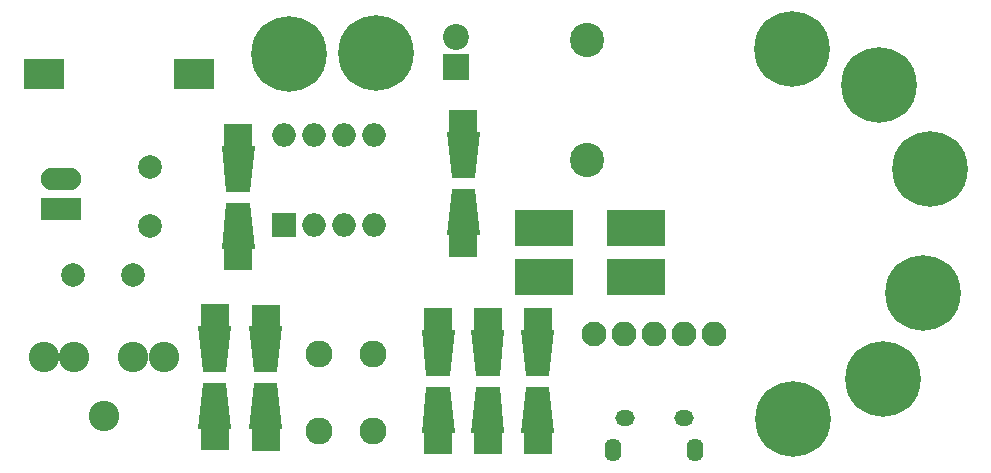
<source format=gbr>
G04 #@! TF.FileFunction,Soldermask,Bot*
%FSLAX46Y46*%
G04 Gerber Fmt 4.6, Leading zero omitted, Abs format (unit mm)*
G04 Created by KiCad (PCBNEW 4.0.7-e0-6372~58~ubuntu16.04.1) date Tue Jul 24 02:48:08 2018*
%MOMM*%
%LPD*%
G01*
G04 APERTURE LIST*
%ADD10C,0.100000*%
%ADD11R,2.000000X2.000000*%
%ADD12O,2.000000X2.000000*%
%ADD13R,2.200000X2.200000*%
%ADD14C,2.200000*%
%ADD15C,2.899360*%
%ADD16C,6.400000*%
%ADD17C,2.279600*%
%ADD18C,2.581860*%
%ADD19C,2.000000*%
%ADD20R,3.410000X1.910000*%
%ADD21O,3.410000X1.910000*%
%ADD22O,1.650000X1.350000*%
%ADD23O,1.400000X1.950000*%
%ADD24C,2.100000*%
%ADD25O,2.100000X2.100000*%
%ADD26R,2.398980X2.398980*%
%ADD27R,4.900000X3.100000*%
%ADD28R,3.400000X2.600000*%
G04 APERTURE END LIST*
D10*
D11*
X62090000Y-54660000D03*
D12*
X69710000Y-47040000D03*
X64630000Y-54660000D03*
X67170000Y-47040000D03*
X67170000Y-54660000D03*
X64630000Y-47040000D03*
X69710000Y-54660000D03*
X62090000Y-47040000D03*
D13*
X76610000Y-41260000D03*
D14*
X76610000Y-38720000D03*
D15*
X87690000Y-49080000D03*
X87690000Y-38920000D03*
D16*
X105030000Y-39680000D03*
X116150000Y-60400000D03*
X116740000Y-49920000D03*
X112440000Y-42800000D03*
D17*
X65029400Y-72031200D03*
X65029400Y-65528800D03*
X69550600Y-72031200D03*
X69550600Y-65528800D03*
D18*
X41702220Y-65781280D03*
X44300640Y-65781280D03*
X46800000Y-70780000D03*
X51897780Y-65781280D03*
X49299360Y-65781280D03*
D19*
X49230000Y-58890000D03*
X44230000Y-58890000D03*
D20*
X43180000Y-53300000D03*
D21*
X43180000Y-50760000D03*
D16*
X105180000Y-71030000D03*
X112740000Y-67690000D03*
D22*
X90890000Y-70990000D03*
X95890000Y-70990000D03*
D23*
X89890000Y-73690000D03*
X96890000Y-73690000D03*
D24*
X88340000Y-63830000D03*
D25*
X90880000Y-63830000D03*
X93420000Y-63830000D03*
X95960000Y-63830000D03*
X98500000Y-63830000D03*
D10*
G36*
X54781120Y-63158200D02*
X57578880Y-63158200D01*
X57180100Y-67058320D01*
X55179900Y-67058320D01*
X54781120Y-63158200D01*
X54781120Y-63158200D01*
G37*
G36*
X57578880Y-71884320D02*
X54781120Y-71884320D01*
X55179900Y-67984200D01*
X57180100Y-67984200D01*
X57578880Y-71884320D01*
X57578880Y-71884320D01*
G37*
D26*
X56180000Y-62520000D03*
X56180000Y-72522520D03*
D10*
G36*
X76518880Y-72211800D02*
X73721120Y-72211800D01*
X74119900Y-68311680D01*
X76120100Y-68311680D01*
X76518880Y-72211800D01*
X76518880Y-72211800D01*
G37*
G36*
X73721120Y-63485680D02*
X76518880Y-63485680D01*
X76120100Y-67385800D01*
X74119900Y-67385800D01*
X73721120Y-63485680D01*
X73721120Y-63485680D01*
G37*
D26*
X75120000Y-72850000D03*
X75120000Y-62847480D03*
D10*
G36*
X59101120Y-63188200D02*
X61898880Y-63188200D01*
X61500100Y-67088320D01*
X59499900Y-67088320D01*
X59101120Y-63188200D01*
X59101120Y-63188200D01*
G37*
G36*
X61898880Y-71914320D02*
X59101120Y-71914320D01*
X59499900Y-68014200D01*
X61500100Y-68014200D01*
X61898880Y-71914320D01*
X61898880Y-71914320D01*
G37*
D26*
X60500000Y-62550000D03*
X60500000Y-72552520D03*
D10*
G36*
X78638880Y-55473060D02*
X75841120Y-55473060D01*
X76239900Y-51572940D01*
X78240100Y-51572940D01*
X78638880Y-55473060D01*
X78638880Y-55473060D01*
G37*
G36*
X75841120Y-46746940D02*
X78638880Y-46746940D01*
X78240100Y-50647060D01*
X76239900Y-50647060D01*
X75841120Y-46746940D01*
X75841120Y-46746940D01*
G37*
D26*
X77240000Y-56111260D03*
X77240000Y-46108740D03*
D27*
X84050000Y-54890000D03*
X91850000Y-54890000D03*
D10*
G36*
X84928880Y-72203060D02*
X82131120Y-72203060D01*
X82529900Y-68302940D01*
X84530100Y-68302940D01*
X84928880Y-72203060D01*
X84928880Y-72203060D01*
G37*
G36*
X82131120Y-63476940D02*
X84928880Y-63476940D01*
X84530100Y-67377060D01*
X82529900Y-67377060D01*
X82131120Y-63476940D01*
X82131120Y-63476940D01*
G37*
D26*
X83530000Y-72841260D03*
X83530000Y-62838740D03*
D10*
G36*
X80718880Y-72230060D02*
X77921120Y-72230060D01*
X78319900Y-68329940D01*
X80320100Y-68329940D01*
X80718880Y-72230060D01*
X80718880Y-72230060D01*
G37*
G36*
X77921120Y-63503940D02*
X80718880Y-63503940D01*
X80320100Y-67404060D01*
X78319900Y-67404060D01*
X77921120Y-63503940D01*
X77921120Y-63503940D01*
G37*
D26*
X79320000Y-72868260D03*
X79320000Y-62865740D03*
D27*
X84050000Y-59010000D03*
X91850000Y-59010000D03*
D19*
X50710000Y-49700000D03*
X50710000Y-54700000D03*
D10*
G36*
X56771120Y-47919940D02*
X59568880Y-47919940D01*
X59170100Y-51820060D01*
X57169900Y-51820060D01*
X56771120Y-47919940D01*
X56771120Y-47919940D01*
G37*
G36*
X59568880Y-56646060D02*
X56771120Y-56646060D01*
X57169900Y-52745940D01*
X59170100Y-52745940D01*
X59568880Y-56646060D01*
X59568880Y-56646060D01*
G37*
D26*
X58170000Y-47281740D03*
X58170000Y-57284260D03*
D16*
X69870000Y-40080000D03*
X62510000Y-40170000D03*
D28*
X41710000Y-41860000D03*
X54410000Y-41860000D03*
M02*

</source>
